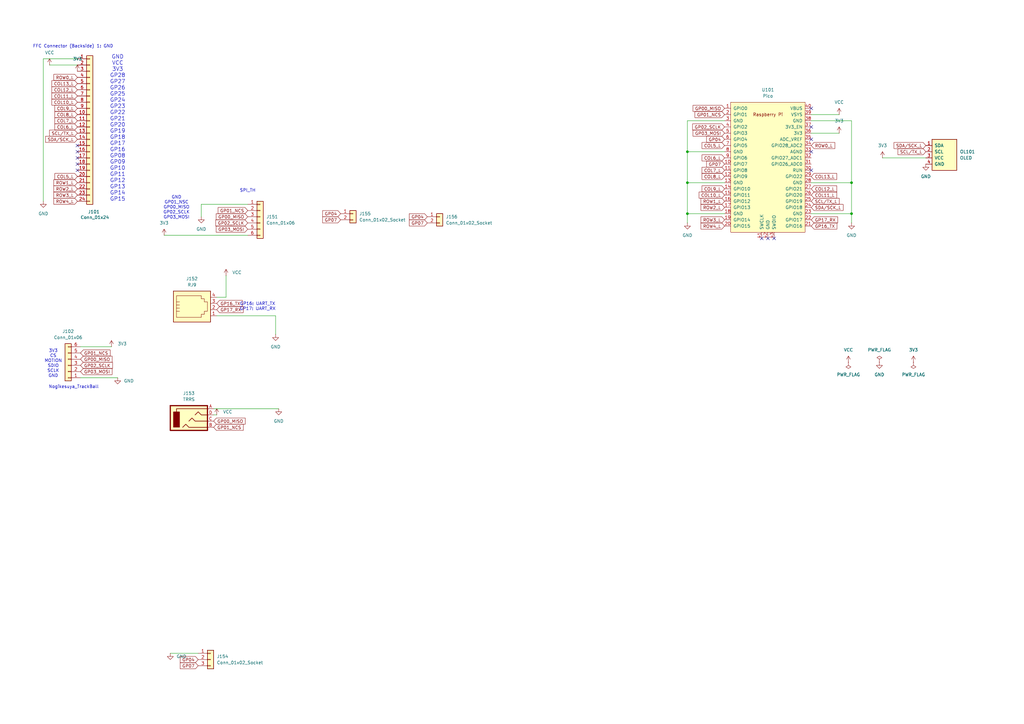
<source format=kicad_sch>
(kicad_sch (version 20250114) (generator "eeschema") (generator_version "9.0")
  (paper "A3")
  (lib_symbols
    (symbol "BrownSugar_KBD:OLED" (pin_names (offset 1.016))
      (property "Reference" "OL" (at 0 7.62 0))
      (property "Value" "OLED" (at 0 -7.62 0))
      (symbol "OLED_0_1"
        (rectangle (start -5.08 6.35) (end 5.08 -6.35) (stroke (width 0.254)) (fill (type background)))
      )
      (symbol "OLED_1_1"
        (pin bidirectional line (at -7.62 3.81 0) (length 2.54) (name "SDA") (number "1"))
        (pin bidirectional line (at -7.62 1.27 0) (length 2.54) (name "SCL") (number "2"))
        (pin power_in line (at -7.62 -1.27 0) (length 2.54) (name "VCC") (number "3"))
        (pin power_in line (at -7.62 -3.81 0) (length 2.54) (name "GND") (number "4"))
      )
    )
    (symbol "BrownSugar_KBD:TRRS" (pin_names (offset 1.016))
      (property "Reference" "J" (at 0 8.89 0))
      (property "Value" "TRRS" (at 0 6.35 0))
      (symbol "TRRS_0_1"
        (rectangle (start -7.62 5.08) (end 7.62 -5.08) (stroke (width 0.508)) (fill (type background)))
        (rectangle (start -6.35 2.54) (end -3.81 -3.81) (stroke (width 0.127)) (fill (type outline)))
        (polyline (pts (xy 7.62 3.81) (xy -5.08 3.81) (xy -5.08 2.54)) (stroke (width 0.254)))
        (polyline (pts (xy 7.62 1.27) (xy 5.08 1.27) (xy 3.81 2.54) (xy 2.54 1.27)) (stroke (width 0.254)))
        (polyline (pts (xy 7.62 -1.27) (xy 2.54 -1.27) (xy 1.27 0) (xy 0 -1.27)) (stroke (width 0.254)))
        (polyline (pts (xy 7.62 -3.81) (xy 0 -3.81) (xy -1.27 -2.54) (xy -2.54 -3.81)) (stroke (width 0.254)))
      )
      (symbol "TRRS_1_1"
        (pin bidirectional line (at 10.16 3.81 180) (length 2.54) (name "~") (number "A"))
        (pin bidirectional line (at 10.16 1.27 180) (length 2.54) (name "~") (number "D"))
        (pin bidirectional line (at 10.16 -1.27 180) (length 2.54) (name "~") (number "C"))
        (pin bidirectional line (at 10.16 -3.81 180) (length 2.54) (name "~") (number "B"))
      )
    )
    (symbol "Connector:RJ9" (pin_names (offset 1.016))
      (property "Reference" "J" (at -5.08 8.89 0))
      (property "Value" "RJ9" (at 2.54 8.89 0))
      (symbol "RJ9_0_1"
        (polyline (pts (xy -6.35 3.175) (xy -5.08 3.175) (xy -5.08 3.175)))
        (polyline (pts (xy -6.35 1.905) (xy -5.08 1.905) (xy -5.08 1.905)))
        (polyline (pts (xy -6.35 0.635) (xy -5.08 0.635) (xy -5.08 0.635)))
        (polyline (pts (xy -6.35 -0.635) (xy -5.08 -0.635) (xy -5.08 -0.635)))
        (polyline (pts (xy -6.35 -3.175) (xy -6.35 5.715) (xy -1.27 5.715) (xy 3.81 5.715) (xy 3.81 4.445) (xy 5.08 4.445) (xy 5.08 3.175) (xy 6.35 3.175) (xy 6.35 -0.635) (xy 5.08 -0.635) (xy 5.08 -1.905) (xy 3.81 -1.905) (xy 3.81 -3.175) (xy -6.35 -3.175) (xy -6.35 -3.175)))
        (rectangle (start 7.62 7.62) (end -7.62 -5.08) (stroke (width 0.254)) (fill (type background)))
      )
      (symbol "RJ9_1_1"
        (pin passive line (at 10.16 5.08 180) (length 2.54) (name "~") (number "4"))
        (pin passive line (at 10.16 2.54 180) (length 2.54) (name "~") (number "3"))
        (pin passive line (at 10.16 0 180) (length 2.54) (name "~") (number "2"))
        (pin passive line (at 10.16 -2.54 180) (length 2.54) (name "~") (number "1"))
      )
    )
    (symbol "Connector_Generic:Conn_01x02" (pin_names (offset 1.016) (hide yes))
      (property "Reference" "J" (at 0 2.54 0))
      (property "Value" "Conn_01x02" (at 0 -5.08 0))
      (symbol "Conn_01x02_1_1"
        (rectangle (start -1.27 1.27) (end 1.27 -3.81) (stroke (width 0.254)) (fill (type background)))
        (rectangle (start -1.27 0.127) (end 0 -0.127) (stroke (width 0.1524)))
        (rectangle (start -1.27 -2.413) (end 0 -2.667) (stroke (width 0.1524)))
        (pin passive line (at -5.08 0 0) (length 3.81) (name "Pin_1") (number "1"))
        (pin passive line (at -5.08 -2.54 0) (length 3.81) (name "Pin_2") (number "2"))
      )
    )
    (symbol "Connector_Generic:Conn_01x03" (pin_names (offset 1.016) (hide yes))
      (property "Reference" "J" (at 0 5.08 0))
      (property "Value" "Conn_01x03" (at 0 -5.08 0))
      (symbol "Conn_01x03_1_1"
        (rectangle (start -1.27 3.81) (end 1.27 -3.81) (stroke (width 0.254)) (fill (type background)))
        (rectangle (start -1.27 2.667) (end 0 2.413) (stroke (width 0.1524)))
        (rectangle (start -1.27 0.127) (end 0 -0.127) (stroke (width 0.1524)))
        (rectangle (start -1.27 -2.413) (end 0 -2.667) (stroke (width 0.1524)))
        (pin passive line (at -5.08 2.54 0) (length 3.81) (name "Pin_1") (number "1"))
        (pin passive line (at -5.08 0 0) (length 3.81) (name "Pin_2") (number "2"))
        (pin passive line (at -5.08 -2.54 0) (length 3.81) (name "Pin_3") (number "3"))
      )
    )
    (symbol "Connector_Generic:Conn_01x06" (pin_names (offset 1.016) (hide yes))
      (property "Reference" "J" (at 0 7.62 0))
      (property "Value" "Conn_01x06" (at 0 -10.16 0))
      (symbol "Conn_01x06_1_1"
        (rectangle (start -1.27 6.35) (end 1.27 -8.89) (stroke (width 0.254)) (fill (type background)))
        (rectangle (start -1.27 5.207) (end 0 4.953) (stroke (width 0.1524)))
        (rectangle (start -1.27 2.667) (end 0 2.413) (stroke (width 0.1524)))
        (rectangle (start -1.27 0.127) (end 0 -0.127) (stroke (width 0.1524)))
        (rectangle (start -1.27 -2.413) (end 0 -2.667) (stroke (width 0.1524)))
        (rectangle (start -1.27 -4.953) (end 0 -5.207) (stroke (width 0.1524)))
        (rectangle (start -1.27 -7.493) (end 0 -7.747) (stroke (width 0.1524)))
        (pin passive line (at -5.08 5.08 0) (length 3.81) (name "Pin_1") (number "1"))
        (pin passive line (at -5.08 2.54 0) (length 3.81) (name "Pin_2") (number "2"))
        (pin passive line (at -5.08 0 0) (length 3.81) (name "Pin_3") (number "3"))
        (pin passive line (at -5.08 -2.54 0) (length 3.81) (name "Pin_4") (number "4"))
        (pin passive line (at -5.08 -5.08 0) (length 3.81) (name "Pin_5") (number "5"))
        (pin passive line (at -5.08 -7.62 0) (length 3.81) (name "Pin_6") (number "6"))
      )
    )
    (symbol "Connector_Generic:Conn_01x24" (pin_names (offset 1.016) (hide yes))
      (property "Reference" "J" (at 0 30.48 0))
      (property "Value" "Conn_01x24" (at 0 -33.02 0))
      (symbol "Conn_01x24_1_1"
        (rectangle (start -1.27 29.21) (end 1.27 -31.75) (stroke (width 0.254)) (fill (type background)))
        (rectangle (start -1.27 28.067) (end 0 27.813) (stroke (width 0.1524)))
        (rectangle (start -1.27 25.527) (end 0 25.273) (stroke (width 0.1524)))
        (rectangle (start -1.27 22.987) (end 0 22.733) (stroke (width 0.1524)))
        (rectangle (start -1.27 20.447) (end 0 20.193) (stroke (width 0.1524)))
        (rectangle (start -1.27 17.907) (end 0 17.653) (stroke (width 0.1524)))
        (rectangle (start -1.27 15.367) (end 0 15.113) (stroke (width 0.1524)))
        (rectangle (start -1.27 12.827) (end 0 12.573) (stroke (width 0.1524)))
        (rectangle (start -1.27 10.287) (end 0 10.033) (stroke (width 0.1524)))
        (rectangle (start -1.27 7.747) (end 0 7.493) (stroke (width 0.1524)))
        (rectangle (start -1.27 5.207) (end 0 4.953) (stroke (width 0.1524)))
        (rectangle (start -1.27 2.667) (end 0 2.413) (stroke (width 0.1524)))
        (rectangle (start -1.27 0.127) (end 0 -0.127) (stroke (width 0.1524)))
        (rectangle (start -1.27 -2.413) (end 0 -2.667) (stroke (width 0.1524)))
        (rectangle (start -1.27 -4.953) (end 0 -5.207) (stroke (width 0.1524)))
        (rectangle (start -1.27 -7.493) (end 0 -7.747) (stroke (width 0.1524)))
        (rectangle (start -1.27 -10.033) (end 0 -10.287) (stroke (width 0.1524)))
        (rectangle (start -1.27 -12.573) (end 0 -12.827) (stroke (width 0.1524)))
        (rectangle (start -1.27 -15.113) (end 0 -15.367) (stroke (width 0.1524)))
        (rectangle (start -1.27 -17.653) (end 0 -17.907) (stroke (width 0.1524)))
        (rectangle (start -1.27 -20.193) (end 0 -20.447) (stroke (width 0.1524)))
        (rectangle (start -1.27 -22.733) (end 0 -22.987) (stroke (width 0.1524)))
        (rectangle (start -1.27 -25.273) (end 0 -25.527) (stroke (width 0.1524)))
        (rectangle (start -1.27 -27.813) (end 0 -28.067) (stroke (width 0.1524)))
        (rectangle (start -1.27 -30.353) (end 0 -30.607) (stroke (width 0.1524)))
        (pin passive line (at -5.08 27.94 0) (length 3.81) (name "Pin_1") (number "1"))
        (pin passive line (at -5.08 25.4 0) (length 3.81) (name "Pin_2") (number "2"))
        (pin passive line (at -5.08 22.86 0) (length 3.81) (name "Pin_3") (number "3"))
        (pin passive line (at -5.08 20.32 0) (length 3.81) (name "Pin_4") (number "4"))
        (pin passive line (at -5.08 17.78 0) (length 3.81) (name "Pin_5") (number "5"))
        (pin passive line (at -5.08 15.24 0) (length 3.81) (name "Pin_6") (number "6"))
        (pin passive line (at -5.08 12.7 0) (length 3.81) (name "Pin_7") (number "7"))
        (pin passive line (at -5.08 10.16 0) (length 3.81) (name "Pin_8") (number "8"))
        (pin passive line (at -5.08 7.62 0) (length 3.81) (name "Pin_9") (number "9"))
        (pin passive line (at -5.08 5.08 0) (length 3.81) (name "Pin_10") (number "10"))
        (pin passive line (at -5.08 2.54 0) (length 3.81) (name "Pin_11") (number "11"))
        (pin passive line (at -5.08 0 0) (length 3.81) (name "Pin_12") (number "12"))
        (pin passive line (at -5.08 -2.54 0) (length 3.81) (name "Pin_13") (number "13"))
        (pin passive line (at -5.08 -5.08 0) (length 3.81) (name "Pin_14") (number "14"))
        (pin passive line (at -5.08 -7.62 0) (length 3.81) (name "Pin_15") (number "15"))
        (pin passive line (at -5.08 -10.16 0) (length 3.81) (name "Pin_16") (number "16"))
        (pin passive line (at -5.08 -12.7 0) (length 3.81) (name "Pin_17") (number "17"))
        (pin passive line (at -5.08 -15.24 0) (length 3.81) (name "Pin_18") (number "18"))
        (pin passive line (at -5.08 -17.78 0) (length 3.81) (name "Pin_19") (number "19"))
        (pin passive line (at -5.08 -20.32 0) (length 3.81) (name "Pin_20") (number "20"))
        (pin passive line (at -5.08 -22.86 0) (length 3.81) (name "Pin_21") (number "21"))
        (pin passive line (at -5.08 -25.4 0) (length 3.81) (name "Pin_22") (number "22"))
        (pin passive line (at -5.08 -27.94 0) (length 3.81) (name "Pin_23") (number "23"))
        (pin passive line (at -5.08 -30.48 0) (length 3.81) (name "Pin_24") (number "24"))
      )
    )
    (symbol "RPi_Pico:Pico" (pin_names (offset 1.016))
      (property "Reference" "U" (at -13.97 27.94 0))
      (property "Value" "Pico" (at 0 19.05 0))
      (symbol "Pico_0_0"
        (text "Raspberry Pi" (at 0 21.59 0) (effects (font (size 1.27 1.27))))
      )
      (symbol "Pico_0_1"
        (rectangle (start -15.24 26.67) (end 15.24 -26.67) (fill (type background)))
      )
      (symbol "Pico_1_1"
        (pin bidirectional line (at -17.78 24.13 0) (length 2.54) (name "GPIO0") (number "1"))
        (pin bidirectional line (at -17.78 21.59 0) (length 2.54) (name "GPIO1") (number "2"))
        (pin power_in line (at -17.78 19.05 0) (length 2.54) (name "GND") (number "3"))
        (pin bidirectional line (at -17.78 16.51 0) (length 2.54) (name "GPIO2") (number "4"))
        (pin bidirectional line (at -17.78 13.97 0) (length 2.54) (name "GPIO3") (number "5"))
        (pin bidirectional line (at -17.78 11.43 0) (length 2.54) (name "GPIO4") (number "6"))
        (pin bidirectional line (at -17.78 8.89 0) (length 2.54) (name "GPIO5") (number "7"))
        (pin power_in line (at -17.78 6.35 0) (length 2.54) (name "GND") (number "8"))
        (pin bidirectional line (at -17.78 3.81 0) (length 2.54) (name "GPIO6") (number "9"))
        (pin bidirectional line (at -17.78 1.27 0) (length 2.54) (name "GPIO7") (number "10"))
        (pin bidirectional line (at -17.78 -1.27 0) (length 2.54) (name "GPIO8") (number "11"))
        (pin bidirectional line (at -17.78 -3.81 0) (length 2.54) (name "GPIO9") (number "12"))
        (pin power_in line (at -17.78 -6.35 0) (length 2.54) (name "GND") (number "13"))
        (pin bidirectional line (at -17.78 -8.89 0) (length 2.54) (name "GPIO10") (number "14"))
        (pin bidirectional line (at -17.78 -11.43 0) (length 2.54) (name "GPIO11") (number "15"))
        (pin bidirectional line (at -17.78 -13.97 0) (length 2.54) (name "GPIO12") (number "16"))
        (pin bidirectional line (at -17.78 -16.51 0) (length 2.54) (name "GPIO13") (number "17"))
        (pin power_in line (at -17.78 -19.05 0) (length 2.54) (name "GND") (number "18"))
        (pin bidirectional line (at -17.78 -21.59 0) (length 2.54) (name "GPIO14") (number "19"))
        (pin bidirectional line (at -17.78 -24.13 0) (length 2.54) (name "GPIO15") (number "20"))
        (pin input line (at -2.54 -29.21 90) (length 2.54) (name "SWCLK") (number "41"))
        (pin power_in line (at 0 -29.21 90) (length 2.54) (name "GND") (number "42"))
        (pin bidirectional line (at 2.54 -29.21 90) (length 2.54) (name "SWDIO") (number "43"))
        (pin unspecified line (at 17.78 24.13 180) (length 2.54) (name "VBUS") (number "40"))
        (pin unspecified line (at 17.78 21.59 180) (length 2.54) (name "VSYS") (number "39"))
        (pin bidirectional line (at 17.78 19.05 180) (length 2.54) (name "GND") (number "38"))
        (pin input line (at 17.78 16.51 180) (length 2.54) (name "3V3_EN") (number "37"))
        (pin unspecified line (at 17.78 13.97 180) (length 2.54) (name "3V3") (number "36"))
        (pin unspecified line (at 17.78 11.43 180) (length 2.54) (name "ADC_VREF") (number "35"))
        (pin bidirectional line (at 17.78 8.89 180) (length 2.54) (name "GPIO28_ADC2") (number "34"))
        (pin power_in line (at 17.78 6.35 180) (length 2.54) (name "AGND") (number "33"))
        (pin bidirectional line (at 17.78 3.81 180) (length 2.54) (name "GPIO27_ADC1") (number "32"))
        (pin bidirectional line (at 17.78 1.27 180) (length 2.54) (name "GPIO26_ADC0") (number "31"))
        (pin input line (at 17.78 -1.27 180) (length 2.54) (name "RUN") (number "30"))
        (pin bidirectional line (at 17.78 -3.81 180) (length 2.54) (name "GPIO22") (number "29"))
        (pin power_in line (at 17.78 -6.35 180) (length 2.54) (name "GND") (number "28"))
        (pin bidirectional line (at 17.78 -8.89 180) (length 2.54) (name "GPIO21") (number "27"))
        (pin bidirectional line (at 17.78 -11.43 180) (length 2.54) (name "GPIO20") (number "26"))
        (pin bidirectional line (at 17.78 -13.97 180) (length 2.54) (name "GPIO19") (number "25"))
        (pin bidirectional line (at 17.78 -16.51 180) (length 2.54) (name "GPIO18") (number "24"))
        (pin power_in line (at 17.78 -19.05 180) (length 2.54) (name "GND") (number "23"))
        (pin bidirectional line (at 17.78 -21.59 180) (length 2.54) (name "GPIO17") (number "22"))
        (pin bidirectional line (at 17.78 -24.13 180) (length 2.54) (name "GPIO16") (number "21"))
      )
    )
    (symbol "power:GND" (power) (pin_numbers (hide yes)) (pin_names (offset 0) (hide yes))
      (property "Value" "GND" (at 0 -3.81 0))
      (symbol "GND_0_1"
        (polyline (pts (xy 0 0) (xy 0 -1.27) (xy 1.27 -1.27) (xy 0 -2.54) (xy -1.27 -1.27) (xy 0 -1.27)))
      )
      (symbol "GND_1_1"
        (pin power_in line (at 0 0 270) (length 0) (name "~") (number "1"))
      )
    )
    (symbol "power:PWR_FLAG" (power) (pin_numbers (hide yes)) (pin_names (offset 0) (hide yes))
      (property "Value" "PWR_FLAG" (at 0 3.81 0))
      (symbol "PWR_FLAG_0_0"
        (pin power_out line (at 0 0 90) (length 0) (name "~") (number "1"))
      )
      (symbol "PWR_FLAG_0_1"
        (polyline (pts (xy 0 0) (xy 0 1.27) (xy -1.016 1.905) (xy 0 2.54) (xy 1.016 1.905) (xy 0 1.27)))
      )
    )
    (symbol "power:VCC" (power) (pin_numbers (hide yes)) (pin_names (offset 0) (hide yes))
      (property "Value" "VCC" (at 0 3.556 0))
      (symbol "VCC_0_1"
        (polyline (pts (xy -0.762 1.27) (xy 0 2.54)))
        (polyline (pts (xy 0 2.54) (xy 0.762 1.27)))
        (polyline (pts (xy 0 0) (xy 0 2.54)))
      )
      (symbol "VCC_1_1"
        (pin power_in line (at 0 0 90) (length 0) (name "~") (number "1"))
      )
    )
  )
  (text "GP16: UART_TX\nGP17: UART_RX" (at 105.664 125.73 0) (effects (font (size 1.27 1.27))))
  (text "GND\nGP01_NSC\nGP00_MISO\nGP02_SCLK\nGP03_MOSI" (at 72.39 85.09 0) (effects (font (size 1.27 1.27))))
  (text "SPI_TH" (at 101.6 78.232 0) (effects (font (size 1.27 1.27))))
  (text "Nogikesuya_TrackBall\n" (at 30.226 158.75 0) (effects (font (size 1.27 1.27))))
  (text "3V3\nCS\nMOTION\nSDIO\nSCLK\nGND" (at 21.844 149.098 0) (effects (font (size 1.27 1.27))))
  (text "FFC Connector (Backside) １: GND" (at 29.972 19.05 0) (effects (font (size 1.27 1.27))))
  (text "GND\nVCC\n3V3\nGP28\nGP27\nGP26\nGP25\nGP24\nGP23\nGP22\nGP21\nGP20\nGP19\nGP18\nGP17\nGP16\nGP08\nGP09\nGP10\nGP11\nGP12\nGP13\nGP14\nGP15" (at 48.26 52.578 0) (effects (font (size 1.5748 1.5748))))
  (junction (at 281.94 74.93))
  (junction (at 349.25 74.93))
  (junction (at 349.25 87.63))
  (junction (at 281.94 62.23))
  (junction (at 281.94 87.63))
  (no_connect (at 317.5 97.79))
  (no_connect (at 332.74 69.85))
  (no_connect (at 332.74 44.45))
  (no_connect (at 31.75 69.85))
  (no_connect (at 31.75 67.31))
  (no_connect (at 332.74 52.07))
  (no_connect (at 31.75 64.77))
  (no_connect (at 31.75 62.23))
  (no_connect (at 31.75 59.69))
  (no_connect (at 314.96 97.79))
  (no_connect (at 312.42 97.79))
  (no_connect (at 332.74 62.23))
  (no_connect (at 332.74 57.15))
  (wire (pts (xy 297.18 49.53) (xy 281.94 49.53)))
  (wire (pts (xy 67.31 96.52) (xy 101.6 96.52)))
  (wire (pts (xy 349.25 49.53) (xy 349.25 74.93)))
  (wire (pts (xy 332.74 87.63) (xy 349.25 87.63)))
  (wire (pts (xy 281.94 87.63) (xy 297.18 87.63)))
  (wire (pts (xy 349.25 91.44) (xy 349.25 87.63)))
  (wire (pts (xy 344.17 54.61) (xy 332.74 54.61)))
  (wire (pts (xy 88.9 170.18) (xy 87.63 170.18)))
  (wire (pts (xy 349.25 74.93) (xy 349.25 87.63)))
  (wire (pts (xy 113.03 129.54) (xy 113.03 137.16)))
  (wire (pts (xy 82.55 83.82) (xy 82.55 88.9)))
  (wire (pts (xy 17.78 24.13) (xy 17.78 82.55)))
  (wire (pts (xy 332.74 49.53) (xy 349.25 49.53)))
  (wire (pts (xy 281.94 49.53) (xy 281.94 62.23)))
  (wire (pts (xy 281.94 74.93) (xy 281.94 87.63)))
  (wire (pts (xy 114.3 167.64) (xy 87.63 167.64)))
  (wire (pts (xy 361.95 64.77) (xy 379.73 64.77)))
  (wire (pts (xy 88.9 129.54) (xy 113.03 129.54)))
  (wire (pts (xy 69.85 267.97) (xy 81.28 267.97)))
  (wire (pts (xy 48.26 154.94) (xy 33.02 154.94)))
  (wire (pts (xy 20.32 26.67) (xy 31.75 26.67)))
  (wire (pts (xy 92.71 113.03) (xy 92.71 121.92)))
  (wire (pts (xy 92.71 121.92) (xy 88.9 121.92)))
  (wire (pts (xy 344.17 46.99) (xy 332.74 46.99)))
  (wire (pts (xy 281.94 62.23) (xy 297.18 62.23)))
  (wire (pts (xy 281.94 74.93) (xy 297.18 74.93)))
  (wire (pts (xy 332.74 74.93) (xy 349.25 74.93)))
  (wire (pts (xy 33.02 142.24) (xy 45.72 142.24)))
  (wire (pts (xy 31.75 24.13) (xy 17.78 24.13)))
  (wire (pts (xy 281.94 62.23) (xy 281.94 74.93)))
  (wire (pts (xy 101.6 83.82) (xy 82.55 83.82)))
  (wire (pts (xy 281.94 87.63) (xy 281.94 91.44)))
  (global_label "SCL{slash}TX_L" (shape input) (at 332.74 82.55 0) (property "Intersheetrefs" "${INTERSHEET_REFS}" (effects (hide yes))))
  (global_label "ROW4_L" (shape input) (at 31.75 82.55 180) (property "Intersheetrefs" "${INTERSHEET_REFS}" (effects (hide yes))))
  (global_label "COL11_L" (shape input) (at 31.75 39.37 180) (property "Intersheetrefs" "${INTERSHEET_REFS}" (effects (hide yes))))
  (global_label "GP00_MISO" (shape input) (at 33.02 147.32 0) (property "Intersheetrefs" "${INTERSHEET_REFS}" (effects (hide yes))))
  (global_label "GP02_SCLK" (shape input) (at 297.18 52.07 180) (property "Intersheetrefs" "${INTERSHEET_REFS}" (effects (hide yes))))
  (global_label "SCL{slash}TX_L" (shape input) (at 31.75 54.61 180) (property "Intersheetrefs" "${INTERSHEET_REFS}" (effects (hide yes))))
  (global_label "GP04" (shape input) (at 297.18 57.15 180) (property "Intersheetrefs" "${INTERSHEET_REFS}" (effects (hide yes))))
  (global_label "ROW0_L" (shape input) (at 332.74 59.69 0) (property "Intersheetrefs" "${INTERSHEET_REFS}" (effects (hide yes))))
  (global_label "COL13_L" (shape input) (at 332.74 72.39 0) (property "Intersheetrefs" "${INTERSHEET_REFS}" (effects (hide yes))))
  (global_label "ROW3_L" (shape input) (at 31.75 80.01 180) (property "Intersheetrefs" "${INTERSHEET_REFS}" (effects (hide yes))))
  (global_label "COL5_L" (shape input) (at 31.75 72.39 180) (property "Intersheetrefs" "${INTERSHEET_REFS}" (effects (hide yes))))
  (global_label "COL12_L" (shape input) (at 31.75 36.83 180) (property "Intersheetrefs" "${INTERSHEET_REFS}" (effects (hide yes))))
  (global_label "GP03_MOSI" (shape input) (at 33.02 152.4 0) (property "Intersheetrefs" "${INTERSHEET_REFS}" (effects (hide yes))))
  (global_label "GP17_RX" (shape input) (at 332.74 90.17 0) (property "Intersheetrefs" "${INTERSHEET_REFS}" (effects (hide yes))))
  (global_label "GP16_TX" (shape input) (at 88.9 124.46 0) (property "Intersheetrefs" "${INTERSHEET_REFS}" (effects (hide yes))))
  (global_label "GP16_TX" (shape input) (at 332.74 92.71 0) (property "Intersheetrefs" "${INTERSHEET_REFS}" (effects (hide yes))))
  (global_label "SDA{slash}SCK_L" (shape input) (at 31.75 57.15 180) (property "Intersheetrefs" "${INTERSHEET_REFS}" (effects (hide yes))))
  (global_label "ROW2_L" (shape input) (at 31.75 77.47 180) (property "Intersheetrefs" "${INTERSHEET_REFS}" (effects (hide yes))))
  (global_label "GP04" (shape input) (at 175.26 88.9 180) (property "Intersheetrefs" "${INTERSHEET_REFS}" (effects (hide yes))))
  (global_label "COL9_L" (shape input) (at 297.18 77.47 180) (property "Intersheetrefs" "${INTERSHEET_REFS}" (effects (hide yes))))
  (global_label "GP01_NCS" (shape input) (at 297.18 46.99 180) (property "Intersheetrefs" "${INTERSHEET_REFS}" (effects (hide yes))))
  (global_label "COL6_L" (shape input) (at 297.18 64.77 180) (property "Intersheetrefs" "${INTERSHEET_REFS}" (effects (hide yes))))
  (global_label "GP01_NCS" (shape input) (at 101.6 86.36 180) (property "Intersheetrefs" "${INTERSHEET_REFS}" (effects (hide yes))))
  (global_label "GP07" (shape input) (at 297.18 67.31 180) (property "Intersheetrefs" "${INTERSHEET_REFS}" (effects (hide yes))))
  (global_label "ROW1_L" (shape input) (at 31.75 74.93 180) (property "Intersheetrefs" "${INTERSHEET_REFS}" (effects (hide yes))))
  (global_label "COL8_L" (shape input) (at 31.75 46.99 180) (property "Intersheetrefs" "${INTERSHEET_REFS}" (effects (hide yes))))
  (global_label "GP17_RX" (shape input) (at 88.9 127 0) (property "Intersheetrefs" "${INTERSHEET_REFS}" (effects (hide yes))))
  (global_label "GP00_MISO" (shape input) (at 297.18 44.45 180) (property "Intersheetrefs" "${INTERSHEET_REFS}" (effects (hide yes))))
  (global_label "GP00_MISO" (shape input) (at 87.63 172.72 0) (property "Intersheetrefs" "${INTERSHEET_REFS}" (effects (hide yes))))
  (global_label "COL13_L" (shape input) (at 31.75 34.29 180) (property "Intersheetrefs" "${INTERSHEET_REFS}" (effects (hide yes))))
  (global_label "GP02_SCLK" (shape input) (at 33.02 149.86 0) (property "Intersheetrefs" "${INTERSHEET_REFS}" (effects (hide yes))))
  (global_label "GP03_MOSI" (shape input) (at 101.6 93.98 180) (property "Intersheetrefs" "${INTERSHEET_REFS}" (effects (hide yes))))
  (global_label "SCL{slash}TX_L" (shape input) (at 379.73 62.23 180) (property "Intersheetrefs" "${INTERSHEET_REFS}" (effects (hide yes))))
  (global_label "ROW0_L" (shape input) (at 31.75 31.75 180) (property "Intersheetrefs" "${INTERSHEET_REFS}" (effects (hide yes))))
  (global_label "GP04" (shape input) (at 139.7 87.63 180) (property "Intersheetrefs" "${INTERSHEET_REFS}" (effects (hide yes))))
  (global_label "GP01_NCS" (shape input) (at 87.63 175.26 0) (property "Intersheetrefs" "${INTERSHEET_REFS}" (effects (hide yes))))
  (global_label "GP07" (shape input) (at 139.7 90.17 180) (property "Intersheetrefs" "${INTERSHEET_REFS}" (effects (hide yes))))
  (global_label "ROW2_L" (shape input) (at 297.18 85.09 180) (property "Intersheetrefs" "${INTERSHEET_REFS}" (effects (hide yes))))
  (global_label "COL11_L" (shape input) (at 332.74 80.01 0) (property "Intersheetrefs" "${INTERSHEET_REFS}" (effects (hide yes))))
  (global_label "COL7_L" (shape input) (at 31.75 49.53 180) (property "Intersheetrefs" "${INTERSHEET_REFS}" (effects (hide yes))))
  (global_label "COL7_L" (shape input) (at 297.18 69.85 180) (property "Intersheetrefs" "${INTERSHEET_REFS}" (effects (hide yes))))
  (global_label "GP07" (shape input) (at 175.26 91.44 180) (property "Intersheetrefs" "${INTERSHEET_REFS}" (effects (hide yes))))
  (global_label "GP03_MOSI" (shape input) (at 297.18 54.61 180) (property "Intersheetrefs" "${INTERSHEET_REFS}" (effects (hide yes))))
  (global_label "GP01_NCS" (shape input) (at 33.02 144.78 0) (property "Intersheetrefs" "${INTERSHEET_REFS}" (effects (hide yes))))
  (global_label "GP02_SCLK" (shape input) (at 101.6 91.44 180) (property "Intersheetrefs" "${INTERSHEET_REFS}" (effects (hide yes))))
  (global_label "SDA{slash}SCK_L" (shape input) (at 379.73 59.69 180) (property "Intersheetrefs" "${INTERSHEET_REFS}" (effects (hide yes))))
  (global_label "COL10_L" (shape input) (at 31.75 41.91 180) (property "Intersheetrefs" "${INTERSHEET_REFS}" (effects (hide yes))))
  (global_label "GP04" (shape input) (at 81.28 270.51 180) (property "Intersheetrefs" "${INTERSHEET_REFS}" (effects (hide yes))))
  (global_label "COL9_L" (shape input) (at 31.75 44.45 180) (property "Intersheetrefs" "${INTERSHEET_REFS}" (effects (hide yes))))
  (global_label "ROW3_L" (shape input) (at 297.18 90.17 180) (property "Intersheetrefs" "${INTERSHEET_REFS}" (effects (hide yes))))
  (global_label "SDA{slash}SCK_L" (shape input) (at 332.74 85.09 0) (property "Intersheetrefs" "${INTERSHEET_REFS}" (effects (hide yes))))
  (global_label "COL10_L" (shape input) (at 297.18 80.01 180) (property "Intersheetrefs" "${INTERSHEET_REFS}" (effects (hide yes))))
  (global_label "GP07" (shape input) (at 81.28 273.05 180) (property "Intersheetrefs" "${INTERSHEET_REFS}" (effects (hide yes))))
  (global_label "COL5_L" (shape input) (at 297.18 59.69 180) (property "Intersheetrefs" "${INTERSHEET_REFS}" (effects (hide yes))))
  (global_label "ROW1_L" (shape input) (at 297.18 82.55 180) (property "Intersheetrefs" "${INTERSHEET_REFS}" (effects (hide yes))))
  (global_label "COL12_L" (shape input) (at 332.74 77.47 0) (property "Intersheetrefs" "${INTERSHEET_REFS}" (effects (hide yes))))
  (global_label "GP00_MISO" (shape input) (at 101.6 88.9 180) (property "Intersheetrefs" "${INTERSHEET_REFS}" (effects (hide yes))))
  (global_label "ROW4_L" (shape input) (at 297.18 92.71 180) (property "Intersheetrefs" "${INTERSHEET_REFS}" (effects (hide yes))))
  (global_label "COL6_L" (shape input) (at 31.75 52.07 180) (property "Intersheetrefs" "${INTERSHEET_REFS}" (effects (hide yes))))
  (global_label "COL8_L" (shape input) (at 297.18 72.39 180) (property "Intersheetrefs" "${INTERSHEET_REFS}" (effects (hide yes))))
  (symbol (lib_id "power:GND") (at 349.25 91.44 0) (unit 1)
    (property "Reference" "#PWR010" (effects (hide yes)))
    (property "Value" "GND" (at 349.25 96.52 0))
    (property "Description" "Power symbol creates a global label with name \"GND\" , ground" (effects (hide yes)))
  )
  (symbol (lib_id "power:GND") (at 379.73 67.31 0) (unit 1)
    (property "Reference" "#PWR011" (effects (hide yes)))
    (property "Value" "GND" (at 379.73 72.39 0))
    (property "Description" "Power symbol creates a global label with name \"GND\" , ground" (effects (hide yes)))
  )
  (symbol (lib_id "power:GND") (at 281.94 91.44 0) (unit 1)
    (property "Reference" "#PWR021" (effects (hide yes)))
    (property "Value" "GND" (at 281.94 96.52 0))
    (property "Description" "Power symbol creates a global label with name \"GND\" , ground" (effects (hide yes)))
  )
  (symbol (lib_id "Connector_Generic:Conn_01x02") (at 144.78 87.63 0) (unit 1)
    (property "Reference" "J155" (at 147.32 87.6299 0) (effects (justify left)))
    (property "Value" "Conn_01x02_Socket" (at 147.32 90.1699 0) (effects (justify left)))
    (property "Footprint" "Connector_PinHeader_2.54mm:PinHeader_1x02_P2.54mm_Horizontal" (effects (hide yes)))
    (property "Description" "Generic connector, single row, 01x02, script generated (kicad-library-utils/schlib/autogen/connector/)" (effects (hide yes)))
  )
  (symbol (lib_id "Connector_Generic:Conn_01x03") (at 86.36 270.51 0) (unit 1)
    (property "Reference" "J154" (at 88.9 269.2399 0) (effects (justify left)))
    (property "Value" "Conn_01x02_Socket" (at 88.9 271.7799 0) (effects (justify left)))
    (property "Footprint" "Connector_Harwin:Harwin_M20-89003xx_1x03_P2.54mm_Horizontal" (effects (hide yes)))
    (property "Description" "Generic connector, single row, 01x03, script generated (kicad-library-utils/schlib/autogen/connector/)" (effects (hide yes)))
  )
  (symbol (lib_id "Connector_Generic:Conn_01x06") (at 27.94 149.86 180) (unit 1)
    (property "Reference" "J102" (at 27.94 135.89 0))
    (property "Value" "Conn_01x06" (at 27.94 138.43 0))
    (property "Footprint" "Connector_FFC-FPC:Hirose_FH12-6S-0.5SH_1x06-1MP_P0.50mm_Horizontal" (effects (hide yes)))
    (property "Description" "Generic connector, single row, 01x06, script generated (kicad-library-utils/schlib/autogen/connector/)" (effects (hide yes)))
  )
  (symbol (lib_id "power:VCC") (at 45.72 142.24 0) (unit 1)
    (property "Reference" "#PWR027" (effects (hide yes)))
    (property "Value" "3V3" (at 48.26 140.9699 0) (effects (justify left)))
    (property "Description" "Power symbol creates a global label with name \"VCC\"" (effects (hide yes)))
  )
  (symbol (lib_id "power:GND") (at 113.03 137.16 0) (unit 1)
    (property "Reference" "#PWR058" (effects (hide yes)))
    (property "Value" "GND" (at 113.03 142.24 0))
    (property "Description" "Power symbol creates a global label with name \"GND\" , ground" (effects (hide yes)))
  )
  (symbol (lib_id "power:GND") (at 360.68 148.59 0) (unit 1)
    (property "Reference" "#PWR06" (effects (hide yes)))
    (property "Value" "GND" (at 360.68 153.67 0))
    (property "Description" "Power symbol creates a global label with name \"GND\" , ground" (effects (hide yes)))
  )
  (symbol (lib_id "power:VCC") (at 347.98 148.59 0) (unit 1)
    (property "Reference" "#PWR05" (effects (hide yes)))
    (property "Value" "VCC" (at 347.98 143.51 0))
    (property "Description" "Power symbol creates a global label with name \"VCC\"" (effects (hide yes)))
  )
  (symbol (lib_id "power:VCC") (at 20.32 26.67 0) (unit 1)
    (property "Reference" "#PWR02" (effects (hide yes)))
    (property "Value" "VCC" (at 20.32 21.59 0))
    (property "Description" "Power symbol creates a global label with name \"VCC\"" (effects (hide yes)))
  )
  (symbol (lib_id "Connector:RJ9") (at 78.74 127 0) (unit 1)
    (property "Reference" "J152" (at 78.74 114.3 0))
    (property "Value" "RJ9" (at 78.74 116.84 0))
    (property "Footprint" "Connector_RJ:RJ9_Evercom_5301-440xxx_Horizontal" (effects (hide yes)))
    (property "Description" "RJ connector, 4P4C (4 positions 4 connected)" (effects (hide yes)))
  )
  (symbol (lib_id "power:GND") (at 114.3 167.64 0) (unit 1)
    (property "Reference" "#PWR032" (effects (hide yes)))
    (property "Value" "GND" (at 114.3 172.72 0))
    (property "Description" "Power symbol creates a global label with name \"GND\" , ground" (effects (hide yes)))
  )
  (symbol (lib_id "power:GND") (at 48.26 154.94 0) (unit 1)
    (property "Reference" "#PWR025" (effects (hide yes)))
    (property "Value" "GND" (at 50.8 156.2099 0) (effects (justify left)))
    (property "Description" "Power symbol creates a global label with name \"GND\" , ground" (effects (hide yes)))
  )
  (symbol (lib_id "power:PWR_FLAG") (at 347.98 148.59 180) (unit 1)
    (property "Reference" "#FLG01" (effects (hide yes)))
    (property "Value" "PWR_FLAG" (at 347.98 153.67 0))
    (property "Description" "Special symbol for telling ERC where power comes from" (effects (hide yes)))
  )
  (symbol (lib_id "power:PWR_FLAG") (at 360.68 148.59 0) (unit 1)
    (property "Reference" "#FLG02" (effects (hide yes)))
    (property "Value" "PWR_FLAG" (at 360.68 143.51 0))
    (property "Description" "Special symbol for telling ERC where power comes from" (effects (hide yes)))
  )
  (symbol (lib_id "power:GND") (at 69.85 267.97 0) (unit 1)
    (property "Reference" "#PWR020" (effects (hide yes)))
    (property "Value" "GND" (at 72.39 269.2399 0) (effects (justify left)))
    (property "Description" "Power symbol creates a global label with name \"GND\" , ground" (effects (hide yes)))
  )
  (symbol (lib_id "RPi_Pico:Pico") (at 314.96 68.58 0) (unit 1)
    (property "Reference" "U101" (at 314.96 36.83 0))
    (property "Value" "Pico" (at 314.96 39.37 0))
    (property "Footprint" "Rikkodo_FootPrint:rkd_RPi_Pico_TH_NODBG" (effects (hide yes)))
  )
  (symbol (lib_id "BrownSugar_KBD:TRRS") (at 77.47 171.45 0) (unit 1)
    (property "Reference" "J153" (at 77.47 161.29 0))
    (property "Value" "TRRS" (at 77.47 163.83 0))
    (property "Footprint" "BrownSugar_KBD:TRRS_PJ-320A" (effects (hide yes)))
  )
  (symbol (lib_id "power:VCC") (at 92.71 113.03 0) (unit 1)
    (property "Reference" "#PWR057" (effects (hide yes)))
    (property "Value" "VCC" (at 95.25 111.7599 0) (effects (justify left)))
    (property "Description" "Power symbol creates a global label with name \"VCC\"" (effects (hide yes)))
  )
  (symbol (lib_id "Connector_Generic:Conn_01x02") (at 180.34 88.9 0) (unit 1)
    (property "Reference" "J156" (at 182.88 88.8999 0) (effects (justify left)))
    (property "Value" "Conn_01x02_Socket" (at 182.88 91.4399 0) (effects (justify left)))
    (property "Footprint" "Connector_PinHeader_2.54mm:PinHeader_1x02_P2.54mm_Horizontal" (effects (hide yes)))
    (property "Description" "Generic connector, single row, 01x02, script generated (kicad-library-utils/schlib/autogen/connector/)" (effects (hide yes)))
  )
  (symbol (lib_id "Connector_Generic:Conn_01x06") (at 106.68 88.9 0) (unit 1)
    (property "Reference" "J151" (at 109.22 88.8999 0) (effects (justify left)))
    (property "Value" "Conn_01x06" (at 109.22 91.4399 0) (effects (justify left)))
    (property "Footprint" "Connector_PinHeader_2.54mm:PinHeader_1x06_P2.54mm_Horizontal" (effects (hide yes)))
    (property "Description" "Generic connector, single row, 01x06, script generated (kicad-library-utils/schlib/autogen/connector/)" (effects (hide yes)))
  )
  (symbol (lib_id "power:VCC") (at 361.95 64.77 0) (unit 1)
    (property "Reference" "#PWR015" (effects (hide yes)))
    (property "Value" "3V3" (at 361.95 59.69 0))
    (property "Description" "Power symbol creates a global label with name \"VCC\"" (effects (hide yes)))
  )
  (symbol (lib_id "power:PWR_FLAG") (at 374.65 148.59 180) (unit 1)
    (property "Reference" "#FLG03" (effects (hide yes)))
    (property "Value" "PWR_FLAG" (at 374.65 153.67 0))
    (property "Description" "Special symbol for telling ERC where power comes from" (effects (hide yes)))
  )
  (symbol (lib_id "power:VCC") (at 88.9 170.18 0) (unit 1)
    (property "Reference" "#PWR033" (effects (hide yes)))
    (property "Value" "VCC" (at 91.44 168.9099 0) (effects (justify left)))
    (property "Description" "Power symbol creates a global label with name \"VCC\"" (effects (hide yes)))
  )
  (symbol (lib_id "power:GND") (at 17.78 82.55 0) (unit 1)
    (property "Reference" "#PWR01" (effects (hide yes)))
    (property "Value" "GND" (at 17.78 87.63 0))
    (property "Description" "Power symbol creates a global label with name \"GND\" , ground" (effects (hide yes)))
  )
  (symbol (lib_id "power:VCC") (at 31.75 29.21 0) (unit 1)
    (property "Reference" "#PWR016" (effects (hide yes)))
    (property "Value" "3V3" (at 31.75 24.13 0))
    (property "Description" "Power symbol creates a global label with name \"VCC\"" (effects (hide yes)))
  )
  (symbol (lib_id "Connector_Generic:Conn_01x24") (at 36.83 52.07 0) (unit 1)
    (property "Reference" "J101" (at 36.068 86.868 0) (effects (justify left)))
    (property "Value" "Conn_01x24" (at 33.02 89.154 0) (effects (justify left)))
    (property "Footprint" "Connector_FFC-FPC:Hirose_FH12-24S-0.5SH_1x24-1MP_P0.50mm_Horizontal" (effects (hide yes)))
    (property "Description" "Generic connector, single row, 01x24, script generated (kicad-library-utils/schlib/autogen/connector/)" (effects (hide yes)))
  )
  (symbol (lib_id "power:GND") (at 82.55 88.9 0) (unit 1)
    (property "Reference" "#PWR03" (effects (hide yes)))
    (property "Value" "GND" (at 82.55 93.98 0))
    (property "Description" "Power symbol creates a global label with name \"GND\" , ground" (effects (hide yes)))
  )
  (symbol (lib_id "power:VCC") (at 67.31 96.52 0) (unit 1)
    (property "Reference" "#PWR09" (effects (hide yes)))
    (property "Value" "3V3" (at 67.31 91.44 0))
    (property "Description" "Power symbol creates a global label with name \"VCC\"" (effects (hide yes)))
  )
  (symbol (lib_id "power:VCC") (at 374.65 148.59 0) (unit 1)
    (property "Reference" "#PWR014" (effects (hide yes)))
    (property "Value" "3V3" (at 374.65 143.51 0))
    (property "Description" "Power symbol creates a global label with name \"VCC\"" (effects (hide yes)))
  )
  (symbol (lib_id "BrownSugar_KBD:OLED") (at 387.35 63.5 0) (unit 1)
    (property "Reference" "OL101" (at 393.7 62.2299 0) (effects (justify left)))
    (property "Value" "OLED" (at 393.7 64.7699 0) (effects (justify left)))
    (property "Footprint" "BrownSugar_KBD:OLED_center_display" (effects (hide yes)))
  )
  (symbol (lib_id "power:VCC") (at 344.17 54.61 0) (unit 1)
    (property "Reference" "#PWR017" (effects (hide yes)))
    (property "Value" "3V3" (at 344.17 49.53 0))
    (property "Description" "Power symbol creates a global label with name \"VCC\"" (effects (hide yes)))
  )
  (symbol (lib_id "power:VCC") (at 344.17 46.99 0) (unit 1)
    (property "Reference" "#PWR08" (effects (hide yes)))
    (property "Value" "VCC" (at 344.17 41.91 0))
    (property "Description" "Power symbol creates a global label with name \"VCC\"" (effects (hide yes)))
  )
)
</source>
